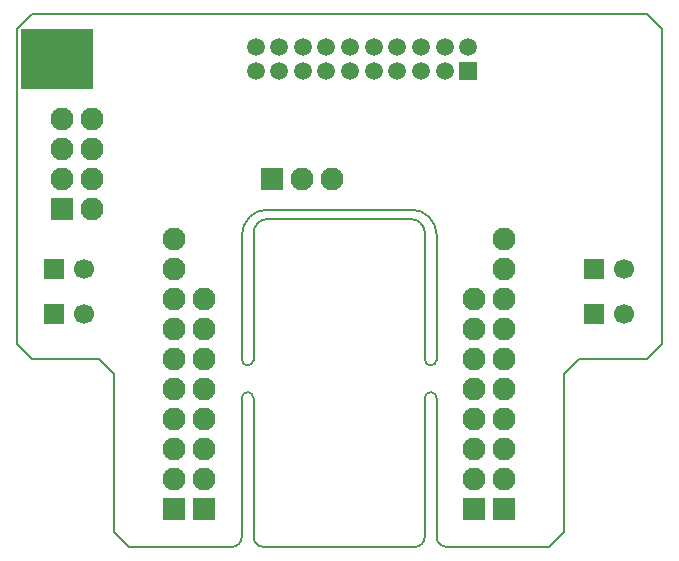
<source format=gbs>
G04 Layer_Color=16711935*
%FSLAX43Y43*%
%MOMM*%
G71*
G01*
G75*
%ADD19C,0.127*%
%ADD34R,6.203X5.203*%
%ADD42C,1.500*%
%ADD43R,1.500X1.500*%
%ADD44R,1.950X1.950*%
%ADD45C,1.950*%
%ADD46R,1.950X1.950*%
%ADD47C,1.700*%
%ADD48R,1.700X1.700*%
D19*
X33689Y-45085D02*
G03*
X34535Y-44239I0J846D01*
G01*
X20035D02*
G03*
X20881Y-45085I846J0D01*
G01*
X20035Y-32485D02*
G03*
X19035Y-32485I-500J0D01*
G01*
X18189Y-45085D02*
G03*
X19035Y-44239I-0J846D01*
G01*
X35535Y-32485D02*
G03*
X34535Y-32485I-500J0D01*
G01*
Y-29220D02*
G03*
X35535Y-29220I500J0D01*
G01*
Y-18669D02*
G03*
X33386Y-16520I-2149J0D01*
G01*
X34535Y-18510D02*
G03*
X33345Y-17320I-1190J0D01*
G01*
X21225D02*
G03*
X20035Y-18510I0J-1190D01*
G01*
X21229Y-16520D02*
G03*
X19035Y-18714I0J-2194D01*
G01*
Y-29220D02*
G03*
X20035Y-29220I500J0D01*
G01*
X35535Y-44239D02*
G03*
X36381Y-45085I846J0D01*
G01*
X54610Y-27940D02*
Y-1270D01*
X53340Y0D02*
X54610Y-1270D01*
X1270Y0D02*
X53340D01*
X46355Y-43815D02*
Y-30480D01*
X36381Y-45085D02*
X45085D01*
X46355Y-43815D01*
X8255D02*
Y-30480D01*
Y-43815D02*
X9525Y-45085D01*
X18189D01*
X0Y-27940D02*
Y-1270D01*
X1270Y0D01*
X20881Y-45085D02*
X33689D01*
X20035Y-44239D02*
Y-32520D01*
X19035Y-44239D02*
X19035Y-32520D01*
X35535D02*
X35535Y-44239D01*
X34535Y-44239D02*
Y-32520D01*
X46355Y-30480D02*
X47625Y-29210D01*
X53340D02*
X54610Y-27940D01*
X47625Y-29210D02*
X53340D01*
X0Y-27940D02*
X1270Y-29210D01*
X6985D01*
X8255Y-30480D01*
X35535Y-29220D02*
Y-18669D01*
X34535Y-29220D02*
Y-18510D01*
X21229Y-16520D02*
X33386D01*
X21225Y-17320D02*
X33345D01*
X20035Y-29220D02*
Y-18510D01*
X19035Y-29220D02*
Y-18714D01*
D34*
X3429Y-3810D02*
D03*
D42*
X20210Y-2794D02*
D03*
Y-4794D02*
D03*
X22210D02*
D03*
Y-2794D02*
D03*
X24210D02*
D03*
X26210D02*
D03*
X28210D02*
D03*
X30210D02*
D03*
X32210D02*
D03*
X34210D02*
D03*
X36210D02*
D03*
X38210D02*
D03*
X24210Y-4794D02*
D03*
X26210D02*
D03*
X28210D02*
D03*
X30210D02*
D03*
X32210D02*
D03*
X34210D02*
D03*
X36210D02*
D03*
D43*
X38210D02*
D03*
D44*
X3810Y-16510D02*
D03*
X13335Y-41910D02*
D03*
X41275D02*
D03*
X15875D02*
D03*
X38735D02*
D03*
D45*
X3810Y-13970D02*
D03*
Y-11430D02*
D03*
Y-8890D02*
D03*
X6350D02*
D03*
Y-11430D02*
D03*
Y-13970D02*
D03*
Y-16510D02*
D03*
X24130Y-13970D02*
D03*
X26670D02*
D03*
X13335Y-39370D02*
D03*
Y-36830D02*
D03*
Y-34290D02*
D03*
Y-31750D02*
D03*
Y-29210D02*
D03*
Y-26670D02*
D03*
Y-24130D02*
D03*
Y-21590D02*
D03*
Y-19050D02*
D03*
X41275Y-39370D02*
D03*
Y-36830D02*
D03*
Y-34290D02*
D03*
Y-31750D02*
D03*
Y-29210D02*
D03*
Y-26670D02*
D03*
Y-24130D02*
D03*
Y-21590D02*
D03*
Y-19050D02*
D03*
X15875Y-29210D02*
D03*
Y-31750D02*
D03*
Y-39370D02*
D03*
Y-36830D02*
D03*
Y-34290D02*
D03*
Y-26670D02*
D03*
Y-24130D02*
D03*
X38735Y-29210D02*
D03*
Y-31750D02*
D03*
Y-39370D02*
D03*
Y-36830D02*
D03*
Y-34290D02*
D03*
Y-26670D02*
D03*
Y-24130D02*
D03*
D46*
X21590Y-13970D02*
D03*
D47*
X5715Y-21590D02*
D03*
X51435D02*
D03*
X5715Y-25400D02*
D03*
X51435D02*
D03*
D48*
X3175Y-21590D02*
D03*
X48895D02*
D03*
X3175Y-25400D02*
D03*
X48895D02*
D03*
M02*

</source>
